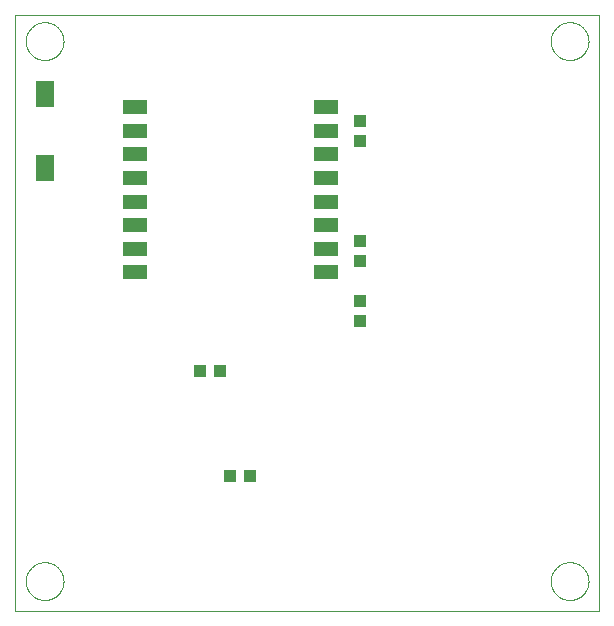
<source format=gtp>
G75*
%MOIN*%
%OFA0B0*%
%FSLAX25Y25*%
%IPPOS*%
%LPD*%
%AMOC8*
5,1,8,0,0,1.08239X$1,22.5*
%
%ADD10C,0.00000*%
%ADD11R,0.07874X0.04724*%
%ADD12R,0.03937X0.04331*%
%ADD13R,0.04331X0.03937*%
%ADD14R,0.06299X0.09055*%
D10*
X0001000Y0001000D02*
X0001000Y0199701D01*
X0195921Y0199701D01*
X0195921Y0001000D01*
X0001000Y0001000D01*
X0004701Y0011000D02*
X0004703Y0011158D01*
X0004709Y0011316D01*
X0004719Y0011474D01*
X0004733Y0011632D01*
X0004751Y0011789D01*
X0004772Y0011946D01*
X0004798Y0012102D01*
X0004828Y0012258D01*
X0004861Y0012413D01*
X0004899Y0012566D01*
X0004940Y0012719D01*
X0004985Y0012871D01*
X0005034Y0013022D01*
X0005087Y0013171D01*
X0005143Y0013319D01*
X0005203Y0013465D01*
X0005267Y0013610D01*
X0005335Y0013753D01*
X0005406Y0013895D01*
X0005480Y0014035D01*
X0005558Y0014172D01*
X0005640Y0014308D01*
X0005724Y0014442D01*
X0005813Y0014573D01*
X0005904Y0014702D01*
X0005999Y0014829D01*
X0006096Y0014954D01*
X0006197Y0015076D01*
X0006301Y0015195D01*
X0006408Y0015312D01*
X0006518Y0015426D01*
X0006631Y0015537D01*
X0006746Y0015646D01*
X0006864Y0015751D01*
X0006985Y0015853D01*
X0007108Y0015953D01*
X0007234Y0016049D01*
X0007362Y0016142D01*
X0007492Y0016232D01*
X0007625Y0016318D01*
X0007760Y0016402D01*
X0007896Y0016481D01*
X0008035Y0016558D01*
X0008176Y0016630D01*
X0008318Y0016700D01*
X0008462Y0016765D01*
X0008608Y0016827D01*
X0008755Y0016885D01*
X0008904Y0016940D01*
X0009054Y0016991D01*
X0009205Y0017038D01*
X0009357Y0017081D01*
X0009510Y0017120D01*
X0009665Y0017156D01*
X0009820Y0017187D01*
X0009976Y0017215D01*
X0010132Y0017239D01*
X0010289Y0017259D01*
X0010447Y0017275D01*
X0010604Y0017287D01*
X0010763Y0017295D01*
X0010921Y0017299D01*
X0011079Y0017299D01*
X0011237Y0017295D01*
X0011396Y0017287D01*
X0011553Y0017275D01*
X0011711Y0017259D01*
X0011868Y0017239D01*
X0012024Y0017215D01*
X0012180Y0017187D01*
X0012335Y0017156D01*
X0012490Y0017120D01*
X0012643Y0017081D01*
X0012795Y0017038D01*
X0012946Y0016991D01*
X0013096Y0016940D01*
X0013245Y0016885D01*
X0013392Y0016827D01*
X0013538Y0016765D01*
X0013682Y0016700D01*
X0013824Y0016630D01*
X0013965Y0016558D01*
X0014104Y0016481D01*
X0014240Y0016402D01*
X0014375Y0016318D01*
X0014508Y0016232D01*
X0014638Y0016142D01*
X0014766Y0016049D01*
X0014892Y0015953D01*
X0015015Y0015853D01*
X0015136Y0015751D01*
X0015254Y0015646D01*
X0015369Y0015537D01*
X0015482Y0015426D01*
X0015592Y0015312D01*
X0015699Y0015195D01*
X0015803Y0015076D01*
X0015904Y0014954D01*
X0016001Y0014829D01*
X0016096Y0014702D01*
X0016187Y0014573D01*
X0016276Y0014442D01*
X0016360Y0014308D01*
X0016442Y0014172D01*
X0016520Y0014035D01*
X0016594Y0013895D01*
X0016665Y0013753D01*
X0016733Y0013610D01*
X0016797Y0013465D01*
X0016857Y0013319D01*
X0016913Y0013171D01*
X0016966Y0013022D01*
X0017015Y0012871D01*
X0017060Y0012719D01*
X0017101Y0012566D01*
X0017139Y0012413D01*
X0017172Y0012258D01*
X0017202Y0012102D01*
X0017228Y0011946D01*
X0017249Y0011789D01*
X0017267Y0011632D01*
X0017281Y0011474D01*
X0017291Y0011316D01*
X0017297Y0011158D01*
X0017299Y0011000D01*
X0017297Y0010842D01*
X0017291Y0010684D01*
X0017281Y0010526D01*
X0017267Y0010368D01*
X0017249Y0010211D01*
X0017228Y0010054D01*
X0017202Y0009898D01*
X0017172Y0009742D01*
X0017139Y0009587D01*
X0017101Y0009434D01*
X0017060Y0009281D01*
X0017015Y0009129D01*
X0016966Y0008978D01*
X0016913Y0008829D01*
X0016857Y0008681D01*
X0016797Y0008535D01*
X0016733Y0008390D01*
X0016665Y0008247D01*
X0016594Y0008105D01*
X0016520Y0007965D01*
X0016442Y0007828D01*
X0016360Y0007692D01*
X0016276Y0007558D01*
X0016187Y0007427D01*
X0016096Y0007298D01*
X0016001Y0007171D01*
X0015904Y0007046D01*
X0015803Y0006924D01*
X0015699Y0006805D01*
X0015592Y0006688D01*
X0015482Y0006574D01*
X0015369Y0006463D01*
X0015254Y0006354D01*
X0015136Y0006249D01*
X0015015Y0006147D01*
X0014892Y0006047D01*
X0014766Y0005951D01*
X0014638Y0005858D01*
X0014508Y0005768D01*
X0014375Y0005682D01*
X0014240Y0005598D01*
X0014104Y0005519D01*
X0013965Y0005442D01*
X0013824Y0005370D01*
X0013682Y0005300D01*
X0013538Y0005235D01*
X0013392Y0005173D01*
X0013245Y0005115D01*
X0013096Y0005060D01*
X0012946Y0005009D01*
X0012795Y0004962D01*
X0012643Y0004919D01*
X0012490Y0004880D01*
X0012335Y0004844D01*
X0012180Y0004813D01*
X0012024Y0004785D01*
X0011868Y0004761D01*
X0011711Y0004741D01*
X0011553Y0004725D01*
X0011396Y0004713D01*
X0011237Y0004705D01*
X0011079Y0004701D01*
X0010921Y0004701D01*
X0010763Y0004705D01*
X0010604Y0004713D01*
X0010447Y0004725D01*
X0010289Y0004741D01*
X0010132Y0004761D01*
X0009976Y0004785D01*
X0009820Y0004813D01*
X0009665Y0004844D01*
X0009510Y0004880D01*
X0009357Y0004919D01*
X0009205Y0004962D01*
X0009054Y0005009D01*
X0008904Y0005060D01*
X0008755Y0005115D01*
X0008608Y0005173D01*
X0008462Y0005235D01*
X0008318Y0005300D01*
X0008176Y0005370D01*
X0008035Y0005442D01*
X0007896Y0005519D01*
X0007760Y0005598D01*
X0007625Y0005682D01*
X0007492Y0005768D01*
X0007362Y0005858D01*
X0007234Y0005951D01*
X0007108Y0006047D01*
X0006985Y0006147D01*
X0006864Y0006249D01*
X0006746Y0006354D01*
X0006631Y0006463D01*
X0006518Y0006574D01*
X0006408Y0006688D01*
X0006301Y0006805D01*
X0006197Y0006924D01*
X0006096Y0007046D01*
X0005999Y0007171D01*
X0005904Y0007298D01*
X0005813Y0007427D01*
X0005724Y0007558D01*
X0005640Y0007692D01*
X0005558Y0007828D01*
X0005480Y0007965D01*
X0005406Y0008105D01*
X0005335Y0008247D01*
X0005267Y0008390D01*
X0005203Y0008535D01*
X0005143Y0008681D01*
X0005087Y0008829D01*
X0005034Y0008978D01*
X0004985Y0009129D01*
X0004940Y0009281D01*
X0004899Y0009434D01*
X0004861Y0009587D01*
X0004828Y0009742D01*
X0004798Y0009898D01*
X0004772Y0010054D01*
X0004751Y0010211D01*
X0004733Y0010368D01*
X0004719Y0010526D01*
X0004709Y0010684D01*
X0004703Y0010842D01*
X0004701Y0011000D01*
X0004701Y0191000D02*
X0004703Y0191158D01*
X0004709Y0191316D01*
X0004719Y0191474D01*
X0004733Y0191632D01*
X0004751Y0191789D01*
X0004772Y0191946D01*
X0004798Y0192102D01*
X0004828Y0192258D01*
X0004861Y0192413D01*
X0004899Y0192566D01*
X0004940Y0192719D01*
X0004985Y0192871D01*
X0005034Y0193022D01*
X0005087Y0193171D01*
X0005143Y0193319D01*
X0005203Y0193465D01*
X0005267Y0193610D01*
X0005335Y0193753D01*
X0005406Y0193895D01*
X0005480Y0194035D01*
X0005558Y0194172D01*
X0005640Y0194308D01*
X0005724Y0194442D01*
X0005813Y0194573D01*
X0005904Y0194702D01*
X0005999Y0194829D01*
X0006096Y0194954D01*
X0006197Y0195076D01*
X0006301Y0195195D01*
X0006408Y0195312D01*
X0006518Y0195426D01*
X0006631Y0195537D01*
X0006746Y0195646D01*
X0006864Y0195751D01*
X0006985Y0195853D01*
X0007108Y0195953D01*
X0007234Y0196049D01*
X0007362Y0196142D01*
X0007492Y0196232D01*
X0007625Y0196318D01*
X0007760Y0196402D01*
X0007896Y0196481D01*
X0008035Y0196558D01*
X0008176Y0196630D01*
X0008318Y0196700D01*
X0008462Y0196765D01*
X0008608Y0196827D01*
X0008755Y0196885D01*
X0008904Y0196940D01*
X0009054Y0196991D01*
X0009205Y0197038D01*
X0009357Y0197081D01*
X0009510Y0197120D01*
X0009665Y0197156D01*
X0009820Y0197187D01*
X0009976Y0197215D01*
X0010132Y0197239D01*
X0010289Y0197259D01*
X0010447Y0197275D01*
X0010604Y0197287D01*
X0010763Y0197295D01*
X0010921Y0197299D01*
X0011079Y0197299D01*
X0011237Y0197295D01*
X0011396Y0197287D01*
X0011553Y0197275D01*
X0011711Y0197259D01*
X0011868Y0197239D01*
X0012024Y0197215D01*
X0012180Y0197187D01*
X0012335Y0197156D01*
X0012490Y0197120D01*
X0012643Y0197081D01*
X0012795Y0197038D01*
X0012946Y0196991D01*
X0013096Y0196940D01*
X0013245Y0196885D01*
X0013392Y0196827D01*
X0013538Y0196765D01*
X0013682Y0196700D01*
X0013824Y0196630D01*
X0013965Y0196558D01*
X0014104Y0196481D01*
X0014240Y0196402D01*
X0014375Y0196318D01*
X0014508Y0196232D01*
X0014638Y0196142D01*
X0014766Y0196049D01*
X0014892Y0195953D01*
X0015015Y0195853D01*
X0015136Y0195751D01*
X0015254Y0195646D01*
X0015369Y0195537D01*
X0015482Y0195426D01*
X0015592Y0195312D01*
X0015699Y0195195D01*
X0015803Y0195076D01*
X0015904Y0194954D01*
X0016001Y0194829D01*
X0016096Y0194702D01*
X0016187Y0194573D01*
X0016276Y0194442D01*
X0016360Y0194308D01*
X0016442Y0194172D01*
X0016520Y0194035D01*
X0016594Y0193895D01*
X0016665Y0193753D01*
X0016733Y0193610D01*
X0016797Y0193465D01*
X0016857Y0193319D01*
X0016913Y0193171D01*
X0016966Y0193022D01*
X0017015Y0192871D01*
X0017060Y0192719D01*
X0017101Y0192566D01*
X0017139Y0192413D01*
X0017172Y0192258D01*
X0017202Y0192102D01*
X0017228Y0191946D01*
X0017249Y0191789D01*
X0017267Y0191632D01*
X0017281Y0191474D01*
X0017291Y0191316D01*
X0017297Y0191158D01*
X0017299Y0191000D01*
X0017297Y0190842D01*
X0017291Y0190684D01*
X0017281Y0190526D01*
X0017267Y0190368D01*
X0017249Y0190211D01*
X0017228Y0190054D01*
X0017202Y0189898D01*
X0017172Y0189742D01*
X0017139Y0189587D01*
X0017101Y0189434D01*
X0017060Y0189281D01*
X0017015Y0189129D01*
X0016966Y0188978D01*
X0016913Y0188829D01*
X0016857Y0188681D01*
X0016797Y0188535D01*
X0016733Y0188390D01*
X0016665Y0188247D01*
X0016594Y0188105D01*
X0016520Y0187965D01*
X0016442Y0187828D01*
X0016360Y0187692D01*
X0016276Y0187558D01*
X0016187Y0187427D01*
X0016096Y0187298D01*
X0016001Y0187171D01*
X0015904Y0187046D01*
X0015803Y0186924D01*
X0015699Y0186805D01*
X0015592Y0186688D01*
X0015482Y0186574D01*
X0015369Y0186463D01*
X0015254Y0186354D01*
X0015136Y0186249D01*
X0015015Y0186147D01*
X0014892Y0186047D01*
X0014766Y0185951D01*
X0014638Y0185858D01*
X0014508Y0185768D01*
X0014375Y0185682D01*
X0014240Y0185598D01*
X0014104Y0185519D01*
X0013965Y0185442D01*
X0013824Y0185370D01*
X0013682Y0185300D01*
X0013538Y0185235D01*
X0013392Y0185173D01*
X0013245Y0185115D01*
X0013096Y0185060D01*
X0012946Y0185009D01*
X0012795Y0184962D01*
X0012643Y0184919D01*
X0012490Y0184880D01*
X0012335Y0184844D01*
X0012180Y0184813D01*
X0012024Y0184785D01*
X0011868Y0184761D01*
X0011711Y0184741D01*
X0011553Y0184725D01*
X0011396Y0184713D01*
X0011237Y0184705D01*
X0011079Y0184701D01*
X0010921Y0184701D01*
X0010763Y0184705D01*
X0010604Y0184713D01*
X0010447Y0184725D01*
X0010289Y0184741D01*
X0010132Y0184761D01*
X0009976Y0184785D01*
X0009820Y0184813D01*
X0009665Y0184844D01*
X0009510Y0184880D01*
X0009357Y0184919D01*
X0009205Y0184962D01*
X0009054Y0185009D01*
X0008904Y0185060D01*
X0008755Y0185115D01*
X0008608Y0185173D01*
X0008462Y0185235D01*
X0008318Y0185300D01*
X0008176Y0185370D01*
X0008035Y0185442D01*
X0007896Y0185519D01*
X0007760Y0185598D01*
X0007625Y0185682D01*
X0007492Y0185768D01*
X0007362Y0185858D01*
X0007234Y0185951D01*
X0007108Y0186047D01*
X0006985Y0186147D01*
X0006864Y0186249D01*
X0006746Y0186354D01*
X0006631Y0186463D01*
X0006518Y0186574D01*
X0006408Y0186688D01*
X0006301Y0186805D01*
X0006197Y0186924D01*
X0006096Y0187046D01*
X0005999Y0187171D01*
X0005904Y0187298D01*
X0005813Y0187427D01*
X0005724Y0187558D01*
X0005640Y0187692D01*
X0005558Y0187828D01*
X0005480Y0187965D01*
X0005406Y0188105D01*
X0005335Y0188247D01*
X0005267Y0188390D01*
X0005203Y0188535D01*
X0005143Y0188681D01*
X0005087Y0188829D01*
X0005034Y0188978D01*
X0004985Y0189129D01*
X0004940Y0189281D01*
X0004899Y0189434D01*
X0004861Y0189587D01*
X0004828Y0189742D01*
X0004798Y0189898D01*
X0004772Y0190054D01*
X0004751Y0190211D01*
X0004733Y0190368D01*
X0004719Y0190526D01*
X0004709Y0190684D01*
X0004703Y0190842D01*
X0004701Y0191000D01*
X0179701Y0191000D02*
X0179703Y0191158D01*
X0179709Y0191316D01*
X0179719Y0191474D01*
X0179733Y0191632D01*
X0179751Y0191789D01*
X0179772Y0191946D01*
X0179798Y0192102D01*
X0179828Y0192258D01*
X0179861Y0192413D01*
X0179899Y0192566D01*
X0179940Y0192719D01*
X0179985Y0192871D01*
X0180034Y0193022D01*
X0180087Y0193171D01*
X0180143Y0193319D01*
X0180203Y0193465D01*
X0180267Y0193610D01*
X0180335Y0193753D01*
X0180406Y0193895D01*
X0180480Y0194035D01*
X0180558Y0194172D01*
X0180640Y0194308D01*
X0180724Y0194442D01*
X0180813Y0194573D01*
X0180904Y0194702D01*
X0180999Y0194829D01*
X0181096Y0194954D01*
X0181197Y0195076D01*
X0181301Y0195195D01*
X0181408Y0195312D01*
X0181518Y0195426D01*
X0181631Y0195537D01*
X0181746Y0195646D01*
X0181864Y0195751D01*
X0181985Y0195853D01*
X0182108Y0195953D01*
X0182234Y0196049D01*
X0182362Y0196142D01*
X0182492Y0196232D01*
X0182625Y0196318D01*
X0182760Y0196402D01*
X0182896Y0196481D01*
X0183035Y0196558D01*
X0183176Y0196630D01*
X0183318Y0196700D01*
X0183462Y0196765D01*
X0183608Y0196827D01*
X0183755Y0196885D01*
X0183904Y0196940D01*
X0184054Y0196991D01*
X0184205Y0197038D01*
X0184357Y0197081D01*
X0184510Y0197120D01*
X0184665Y0197156D01*
X0184820Y0197187D01*
X0184976Y0197215D01*
X0185132Y0197239D01*
X0185289Y0197259D01*
X0185447Y0197275D01*
X0185604Y0197287D01*
X0185763Y0197295D01*
X0185921Y0197299D01*
X0186079Y0197299D01*
X0186237Y0197295D01*
X0186396Y0197287D01*
X0186553Y0197275D01*
X0186711Y0197259D01*
X0186868Y0197239D01*
X0187024Y0197215D01*
X0187180Y0197187D01*
X0187335Y0197156D01*
X0187490Y0197120D01*
X0187643Y0197081D01*
X0187795Y0197038D01*
X0187946Y0196991D01*
X0188096Y0196940D01*
X0188245Y0196885D01*
X0188392Y0196827D01*
X0188538Y0196765D01*
X0188682Y0196700D01*
X0188824Y0196630D01*
X0188965Y0196558D01*
X0189104Y0196481D01*
X0189240Y0196402D01*
X0189375Y0196318D01*
X0189508Y0196232D01*
X0189638Y0196142D01*
X0189766Y0196049D01*
X0189892Y0195953D01*
X0190015Y0195853D01*
X0190136Y0195751D01*
X0190254Y0195646D01*
X0190369Y0195537D01*
X0190482Y0195426D01*
X0190592Y0195312D01*
X0190699Y0195195D01*
X0190803Y0195076D01*
X0190904Y0194954D01*
X0191001Y0194829D01*
X0191096Y0194702D01*
X0191187Y0194573D01*
X0191276Y0194442D01*
X0191360Y0194308D01*
X0191442Y0194172D01*
X0191520Y0194035D01*
X0191594Y0193895D01*
X0191665Y0193753D01*
X0191733Y0193610D01*
X0191797Y0193465D01*
X0191857Y0193319D01*
X0191913Y0193171D01*
X0191966Y0193022D01*
X0192015Y0192871D01*
X0192060Y0192719D01*
X0192101Y0192566D01*
X0192139Y0192413D01*
X0192172Y0192258D01*
X0192202Y0192102D01*
X0192228Y0191946D01*
X0192249Y0191789D01*
X0192267Y0191632D01*
X0192281Y0191474D01*
X0192291Y0191316D01*
X0192297Y0191158D01*
X0192299Y0191000D01*
X0192297Y0190842D01*
X0192291Y0190684D01*
X0192281Y0190526D01*
X0192267Y0190368D01*
X0192249Y0190211D01*
X0192228Y0190054D01*
X0192202Y0189898D01*
X0192172Y0189742D01*
X0192139Y0189587D01*
X0192101Y0189434D01*
X0192060Y0189281D01*
X0192015Y0189129D01*
X0191966Y0188978D01*
X0191913Y0188829D01*
X0191857Y0188681D01*
X0191797Y0188535D01*
X0191733Y0188390D01*
X0191665Y0188247D01*
X0191594Y0188105D01*
X0191520Y0187965D01*
X0191442Y0187828D01*
X0191360Y0187692D01*
X0191276Y0187558D01*
X0191187Y0187427D01*
X0191096Y0187298D01*
X0191001Y0187171D01*
X0190904Y0187046D01*
X0190803Y0186924D01*
X0190699Y0186805D01*
X0190592Y0186688D01*
X0190482Y0186574D01*
X0190369Y0186463D01*
X0190254Y0186354D01*
X0190136Y0186249D01*
X0190015Y0186147D01*
X0189892Y0186047D01*
X0189766Y0185951D01*
X0189638Y0185858D01*
X0189508Y0185768D01*
X0189375Y0185682D01*
X0189240Y0185598D01*
X0189104Y0185519D01*
X0188965Y0185442D01*
X0188824Y0185370D01*
X0188682Y0185300D01*
X0188538Y0185235D01*
X0188392Y0185173D01*
X0188245Y0185115D01*
X0188096Y0185060D01*
X0187946Y0185009D01*
X0187795Y0184962D01*
X0187643Y0184919D01*
X0187490Y0184880D01*
X0187335Y0184844D01*
X0187180Y0184813D01*
X0187024Y0184785D01*
X0186868Y0184761D01*
X0186711Y0184741D01*
X0186553Y0184725D01*
X0186396Y0184713D01*
X0186237Y0184705D01*
X0186079Y0184701D01*
X0185921Y0184701D01*
X0185763Y0184705D01*
X0185604Y0184713D01*
X0185447Y0184725D01*
X0185289Y0184741D01*
X0185132Y0184761D01*
X0184976Y0184785D01*
X0184820Y0184813D01*
X0184665Y0184844D01*
X0184510Y0184880D01*
X0184357Y0184919D01*
X0184205Y0184962D01*
X0184054Y0185009D01*
X0183904Y0185060D01*
X0183755Y0185115D01*
X0183608Y0185173D01*
X0183462Y0185235D01*
X0183318Y0185300D01*
X0183176Y0185370D01*
X0183035Y0185442D01*
X0182896Y0185519D01*
X0182760Y0185598D01*
X0182625Y0185682D01*
X0182492Y0185768D01*
X0182362Y0185858D01*
X0182234Y0185951D01*
X0182108Y0186047D01*
X0181985Y0186147D01*
X0181864Y0186249D01*
X0181746Y0186354D01*
X0181631Y0186463D01*
X0181518Y0186574D01*
X0181408Y0186688D01*
X0181301Y0186805D01*
X0181197Y0186924D01*
X0181096Y0187046D01*
X0180999Y0187171D01*
X0180904Y0187298D01*
X0180813Y0187427D01*
X0180724Y0187558D01*
X0180640Y0187692D01*
X0180558Y0187828D01*
X0180480Y0187965D01*
X0180406Y0188105D01*
X0180335Y0188247D01*
X0180267Y0188390D01*
X0180203Y0188535D01*
X0180143Y0188681D01*
X0180087Y0188829D01*
X0180034Y0188978D01*
X0179985Y0189129D01*
X0179940Y0189281D01*
X0179899Y0189434D01*
X0179861Y0189587D01*
X0179828Y0189742D01*
X0179798Y0189898D01*
X0179772Y0190054D01*
X0179751Y0190211D01*
X0179733Y0190368D01*
X0179719Y0190526D01*
X0179709Y0190684D01*
X0179703Y0190842D01*
X0179701Y0191000D01*
X0179701Y0011000D02*
X0179703Y0011158D01*
X0179709Y0011316D01*
X0179719Y0011474D01*
X0179733Y0011632D01*
X0179751Y0011789D01*
X0179772Y0011946D01*
X0179798Y0012102D01*
X0179828Y0012258D01*
X0179861Y0012413D01*
X0179899Y0012566D01*
X0179940Y0012719D01*
X0179985Y0012871D01*
X0180034Y0013022D01*
X0180087Y0013171D01*
X0180143Y0013319D01*
X0180203Y0013465D01*
X0180267Y0013610D01*
X0180335Y0013753D01*
X0180406Y0013895D01*
X0180480Y0014035D01*
X0180558Y0014172D01*
X0180640Y0014308D01*
X0180724Y0014442D01*
X0180813Y0014573D01*
X0180904Y0014702D01*
X0180999Y0014829D01*
X0181096Y0014954D01*
X0181197Y0015076D01*
X0181301Y0015195D01*
X0181408Y0015312D01*
X0181518Y0015426D01*
X0181631Y0015537D01*
X0181746Y0015646D01*
X0181864Y0015751D01*
X0181985Y0015853D01*
X0182108Y0015953D01*
X0182234Y0016049D01*
X0182362Y0016142D01*
X0182492Y0016232D01*
X0182625Y0016318D01*
X0182760Y0016402D01*
X0182896Y0016481D01*
X0183035Y0016558D01*
X0183176Y0016630D01*
X0183318Y0016700D01*
X0183462Y0016765D01*
X0183608Y0016827D01*
X0183755Y0016885D01*
X0183904Y0016940D01*
X0184054Y0016991D01*
X0184205Y0017038D01*
X0184357Y0017081D01*
X0184510Y0017120D01*
X0184665Y0017156D01*
X0184820Y0017187D01*
X0184976Y0017215D01*
X0185132Y0017239D01*
X0185289Y0017259D01*
X0185447Y0017275D01*
X0185604Y0017287D01*
X0185763Y0017295D01*
X0185921Y0017299D01*
X0186079Y0017299D01*
X0186237Y0017295D01*
X0186396Y0017287D01*
X0186553Y0017275D01*
X0186711Y0017259D01*
X0186868Y0017239D01*
X0187024Y0017215D01*
X0187180Y0017187D01*
X0187335Y0017156D01*
X0187490Y0017120D01*
X0187643Y0017081D01*
X0187795Y0017038D01*
X0187946Y0016991D01*
X0188096Y0016940D01*
X0188245Y0016885D01*
X0188392Y0016827D01*
X0188538Y0016765D01*
X0188682Y0016700D01*
X0188824Y0016630D01*
X0188965Y0016558D01*
X0189104Y0016481D01*
X0189240Y0016402D01*
X0189375Y0016318D01*
X0189508Y0016232D01*
X0189638Y0016142D01*
X0189766Y0016049D01*
X0189892Y0015953D01*
X0190015Y0015853D01*
X0190136Y0015751D01*
X0190254Y0015646D01*
X0190369Y0015537D01*
X0190482Y0015426D01*
X0190592Y0015312D01*
X0190699Y0015195D01*
X0190803Y0015076D01*
X0190904Y0014954D01*
X0191001Y0014829D01*
X0191096Y0014702D01*
X0191187Y0014573D01*
X0191276Y0014442D01*
X0191360Y0014308D01*
X0191442Y0014172D01*
X0191520Y0014035D01*
X0191594Y0013895D01*
X0191665Y0013753D01*
X0191733Y0013610D01*
X0191797Y0013465D01*
X0191857Y0013319D01*
X0191913Y0013171D01*
X0191966Y0013022D01*
X0192015Y0012871D01*
X0192060Y0012719D01*
X0192101Y0012566D01*
X0192139Y0012413D01*
X0192172Y0012258D01*
X0192202Y0012102D01*
X0192228Y0011946D01*
X0192249Y0011789D01*
X0192267Y0011632D01*
X0192281Y0011474D01*
X0192291Y0011316D01*
X0192297Y0011158D01*
X0192299Y0011000D01*
X0192297Y0010842D01*
X0192291Y0010684D01*
X0192281Y0010526D01*
X0192267Y0010368D01*
X0192249Y0010211D01*
X0192228Y0010054D01*
X0192202Y0009898D01*
X0192172Y0009742D01*
X0192139Y0009587D01*
X0192101Y0009434D01*
X0192060Y0009281D01*
X0192015Y0009129D01*
X0191966Y0008978D01*
X0191913Y0008829D01*
X0191857Y0008681D01*
X0191797Y0008535D01*
X0191733Y0008390D01*
X0191665Y0008247D01*
X0191594Y0008105D01*
X0191520Y0007965D01*
X0191442Y0007828D01*
X0191360Y0007692D01*
X0191276Y0007558D01*
X0191187Y0007427D01*
X0191096Y0007298D01*
X0191001Y0007171D01*
X0190904Y0007046D01*
X0190803Y0006924D01*
X0190699Y0006805D01*
X0190592Y0006688D01*
X0190482Y0006574D01*
X0190369Y0006463D01*
X0190254Y0006354D01*
X0190136Y0006249D01*
X0190015Y0006147D01*
X0189892Y0006047D01*
X0189766Y0005951D01*
X0189638Y0005858D01*
X0189508Y0005768D01*
X0189375Y0005682D01*
X0189240Y0005598D01*
X0189104Y0005519D01*
X0188965Y0005442D01*
X0188824Y0005370D01*
X0188682Y0005300D01*
X0188538Y0005235D01*
X0188392Y0005173D01*
X0188245Y0005115D01*
X0188096Y0005060D01*
X0187946Y0005009D01*
X0187795Y0004962D01*
X0187643Y0004919D01*
X0187490Y0004880D01*
X0187335Y0004844D01*
X0187180Y0004813D01*
X0187024Y0004785D01*
X0186868Y0004761D01*
X0186711Y0004741D01*
X0186553Y0004725D01*
X0186396Y0004713D01*
X0186237Y0004705D01*
X0186079Y0004701D01*
X0185921Y0004701D01*
X0185763Y0004705D01*
X0185604Y0004713D01*
X0185447Y0004725D01*
X0185289Y0004741D01*
X0185132Y0004761D01*
X0184976Y0004785D01*
X0184820Y0004813D01*
X0184665Y0004844D01*
X0184510Y0004880D01*
X0184357Y0004919D01*
X0184205Y0004962D01*
X0184054Y0005009D01*
X0183904Y0005060D01*
X0183755Y0005115D01*
X0183608Y0005173D01*
X0183462Y0005235D01*
X0183318Y0005300D01*
X0183176Y0005370D01*
X0183035Y0005442D01*
X0182896Y0005519D01*
X0182760Y0005598D01*
X0182625Y0005682D01*
X0182492Y0005768D01*
X0182362Y0005858D01*
X0182234Y0005951D01*
X0182108Y0006047D01*
X0181985Y0006147D01*
X0181864Y0006249D01*
X0181746Y0006354D01*
X0181631Y0006463D01*
X0181518Y0006574D01*
X0181408Y0006688D01*
X0181301Y0006805D01*
X0181197Y0006924D01*
X0181096Y0007046D01*
X0180999Y0007171D01*
X0180904Y0007298D01*
X0180813Y0007427D01*
X0180724Y0007558D01*
X0180640Y0007692D01*
X0180558Y0007828D01*
X0180480Y0007965D01*
X0180406Y0008105D01*
X0180335Y0008247D01*
X0180267Y0008390D01*
X0180203Y0008535D01*
X0180143Y0008681D01*
X0180087Y0008829D01*
X0180034Y0008978D01*
X0179985Y0009129D01*
X0179940Y0009281D01*
X0179899Y0009434D01*
X0179861Y0009587D01*
X0179828Y0009742D01*
X0179798Y0009898D01*
X0179772Y0010054D01*
X0179751Y0010211D01*
X0179733Y0010368D01*
X0179719Y0010526D01*
X0179709Y0010684D01*
X0179703Y0010842D01*
X0179701Y0011000D01*
D11*
X0104780Y0113874D03*
X0104780Y0121748D03*
X0104780Y0129622D03*
X0104780Y0137496D03*
X0104780Y0145370D03*
X0104780Y0153244D03*
X0104780Y0161118D03*
X0104780Y0168992D03*
X0041000Y0168992D03*
X0041000Y0161118D03*
X0041000Y0153244D03*
X0041000Y0145370D03*
X0041000Y0137496D03*
X0041000Y0129622D03*
X0041000Y0121748D03*
X0041000Y0113874D03*
D12*
X0062654Y0081000D03*
X0069346Y0081000D03*
X0072654Y0046000D03*
X0079346Y0046000D03*
D13*
X0116000Y0097654D03*
X0116000Y0104346D03*
X0116000Y0117654D03*
X0116000Y0124346D03*
X0116000Y0157654D03*
X0116000Y0164346D03*
D14*
X0011000Y0173402D03*
X0011000Y0148598D03*
M02*

</source>
